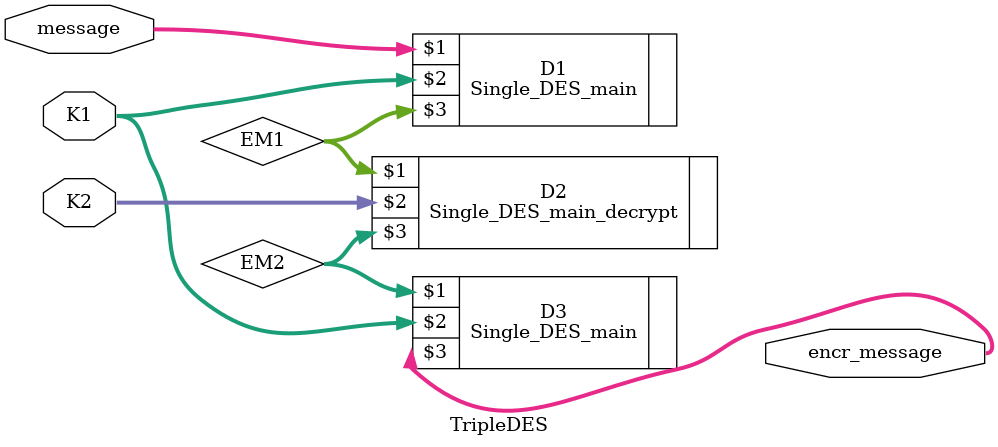
<source format=v>
`timescale 1ns / 1ps


module TripleDES(
    input [1:64] message,
    input [1:64] K1,
    input [1:64] K2,
    output [1:64] encr_message
    );
    wire [1:64]EM1,EM2;
    Single_DES_main D1(message,K1,EM1);
    Single_DES_main_decrypt D2(EM1,K2,EM2);
    Single_DES_main D3(EM2,K1,encr_message);
    //bf_demux inp(message_sw, K1_sw, K2_sw, message, K1, K2);
endmodule

</source>
